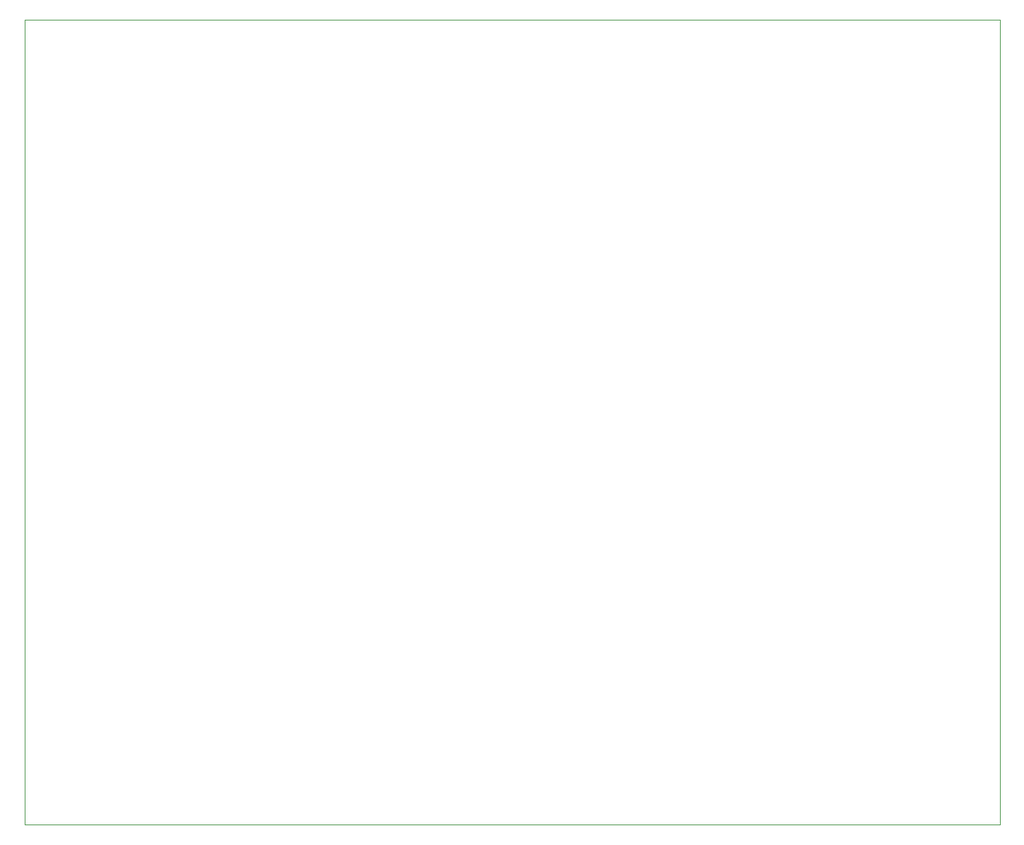
<source format=gko>
G04 #@! TF.GenerationSoftware,KiCad,Pcbnew,8.0.9-8.0.9-0~ubuntu24.04.1*
G04 #@! TF.CreationDate,2025-05-16T04:08:21+00:00*
G04 #@! TF.ProjectId,EP91Starlet,45503931-5374-4617-926c-65742e6b6963,rev?*
G04 #@! TF.SameCoordinates,Original*
G04 #@! TF.FileFunction,Profile,NP*
%FSLAX46Y46*%
G04 Gerber Fmt 4.6, Leading zero omitted, Abs format (unit mm)*
G04 Created by KiCad (PCBNEW 8.0.9-8.0.9-0~ubuntu24.04.1) date 2025-05-16 04:08:21*
%MOMM*%
%LPD*%
G01*
G04 APERTURE LIST*
G04 #@! TA.AperFunction,Profile*
%ADD10C,0.050000*%
G04 #@! TD*
G04 APERTURE END LIST*
D10*
X0Y96520000D02*
X116840000Y96520000D01*
X116840000Y0D01*
X0Y0D01*
X0Y96520000D01*
M02*

</source>
